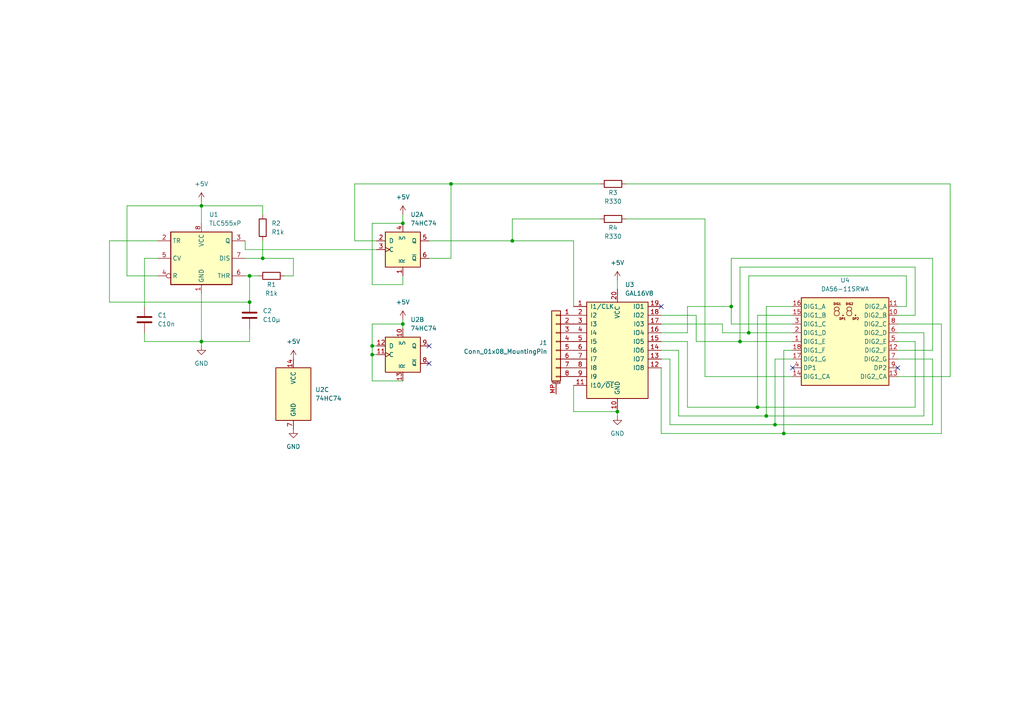
<source format=kicad_sch>
(kicad_sch (version 20230121) (generator eeschema)
  (paper "A4")
  (lib_symbols
    (symbol "74xx:74HC74" (pin_names (offset 1.016))
      (property "Reference" "U" (at -7.62 8.89 0))
      (property "Value" "74HC74" (at -7.62 -8.89 0))
      (symbol "74HC74_1_0"
        (pin input line (at 0 -7.62 90) (length 2.54) (name "~{R}") (number "1"))
        (pin input line (at -7.62 2.54 0) (length 2.54) (name "D") (number "2"))
        (pin input clock (at -7.62 0 0) (length 2.54) (name "C") (number "3"))
        (pin input line (at 0 7.62 270) (length 2.54) (name "~{S}") (number "4"))
        (pin output line (at 7.62 2.54 180) (length 2.54) (name "Q") (number "5"))
        (pin output line (at 7.62 -2.54 180) (length 2.54) (name "~{Q}") (number "6"))
      )
      (symbol "74HC74_1_1"
        (rectangle (start -5.08 5.08) (end 5.08 -5.08) (stroke (width 0.254)) (fill (type background)))
      )
      (symbol "74HC74_2_0"
        (pin input line (at 0 7.62 270) (length 2.54) (name "~{S}") (number "10"))
        (pin input clock (at -7.62 0 0) (length 2.54) (name "C") (number "11"))
        (pin input line (at -7.62 2.54 0) (length 2.54) (name "D") (number "12"))
        (pin input line (at 0 -7.62 90) (length 2.54) (name "~{R}") (number "13"))
        (pin output line (at 7.62 -2.54 180) (length 2.54) (name "~{Q}") (number "8"))
        (pin output line (at 7.62 2.54 180) (length 2.54) (name "Q") (number "9"))
      )
      (symbol "74HC74_2_1"
        (rectangle (start -5.08 5.08) (end 5.08 -5.08) (stroke (width 0.254)) (fill (type background)))
      )
      (symbol "74HC74_3_0"
        (pin power_in line (at 0 10.16 270) (length 2.54) (name "VCC") (number "14"))
        (pin power_in line (at 0 -10.16 90) (length 2.54) (name "GND") (number "7"))
      )
      (symbol "74HC74_3_1"
        (rectangle (start -5.08 7.62) (end 5.08 -7.62) (stroke (width 0.254)) (fill (type background)))
      )
    )
    (symbol "Connector_Generic_MountingPin:Conn_01x08_MountingPin" (pin_names (offset 1.016) hide)
      (property "Reference" "J" (at 0 10.16 0))
      (property "Value" "Conn_01x08_MountingPin" (at 1.27 -12.7 0))
      (symbol "Conn_01x08_MountingPin_1_1"
        (rectangle (start -1.27 -10.033) (end 0 -10.287) (stroke (width 0.1524)))
        (rectangle (start -1.27 -7.493) (end 0 -7.747) (stroke (width 0.1524)))
        (rectangle (start -1.27 -4.953) (end 0 -5.207) (stroke (width 0.1524)))
        (rectangle (start -1.27 -2.413) (end 0 -2.667) (stroke (width 0.1524)))
        (rectangle (start -1.27 0.127) (end 0 -0.127) (stroke (width 0.1524)))
        (rectangle (start -1.27 2.667) (end 0 2.413) (stroke (width 0.1524)))
        (rectangle (start -1.27 5.207) (end 0 4.953) (stroke (width 0.1524)))
        (rectangle (start -1.27 7.747) (end 0 7.493) (stroke (width 0.1524)))
        (rectangle (start -1.27 8.89) (end 1.27 -11.43) (stroke (width 0.254)) (fill (type background)))
        (polyline (pts (xy -1.016 -12.192) (xy 1.016 -12.192)) (stroke (width 0.1524)))
        (text "Mounting" (at 0 -11.811 0) (effects (font (size 0.381 0.381))))
        (pin passive line (at -5.08 7.62 0) (length 3.81) (name "Pin_1") (number "1"))
        (pin passive line (at -5.08 5.08 0) (length 3.81) (name "Pin_2") (number "2"))
        (pin passive line (at -5.08 2.54 0) (length 3.81) (name "Pin_3") (number "3"))
        (pin passive line (at -5.08 0 0) (length 3.81) (name "Pin_4") (number "4"))
        (pin passive line (at -5.08 -2.54 0) (length 3.81) (name "Pin_5") (number "5"))
        (pin passive line (at -5.08 -5.08 0) (length 3.81) (name "Pin_6") (number "6"))
        (pin passive line (at -5.08 -7.62 0) (length 3.81) (name "Pin_7") (number "7"))
        (pin passive line (at -5.08 -10.16 0) (length 3.81) (name "Pin_8") (number "8"))
        (pin passive line (at 0 -15.24 90) (length 3.048) (name "MountPin") (number "MP"))
      )
    )
    (symbol "Device:C" (pin_numbers hide) (pin_names (offset 0.254))
      (property "Reference" "C" (at 0.635 2.54 0))
      (property "Value" "C" (at 0.635 -2.54 0))
      (symbol "C_0_1"
        (polyline (pts (xy -2.032 -0.762) (xy 2.032 -0.762)) (stroke (width 0.508)))
        (polyline (pts (xy -2.032 0.762) (xy 2.032 0.762)) (stroke (width 0.508)))
      )
      (symbol "C_1_1"
        (pin passive line (at 0 3.81 270) (length 2.794) (name "~") (number "1"))
        (pin passive line (at 0 -3.81 90) (length 2.794) (name "~") (number "2"))
      )
    )
    (symbol "Device:R" (pin_numbers hide) (pin_names (offset 0))
      (property "Reference" "R" (at 2.032 0 90))
      (property "Value" "R" (at 0 0 90))
      (symbol "R_0_1"
        (rectangle (start -1.016 -2.54) (end 1.016 2.54) (stroke (width 0.254)))
      )
      (symbol "R_1_1"
        (pin passive line (at 0 3.81 270) (length 1.27) (name "~") (number "1"))
        (pin passive line (at 0 -3.81 90) (length 1.27) (name "~") (number "2"))
      )
    )
    (symbol "Display_Character:DA56-11SRWA"
      (property "Reference" "U" (at -11.43 13.97 0))
      (property "Value" "DA56-11SRWA" (at 12.7 13.97 0))
      (symbol "DA56-11SRWA_0_0"
        (text "8.8." (at 0 8.636 0) (effects (font (size 2.54 2.54))))
        (text "DIG1" (at -2.286 10.922 0) (effects (font (size 0.635 0.635))))
        (text "DIG2" (at 1.27 10.922 0) (effects (font (size 0.635 0.635))))
        (text "DP1" (at -0.762 6.604 0) (effects (font (size 0.635 0.635))))
        (text "DP2" (at 3.048 6.604 0) (effects (font (size 0.635 0.635))))
      )
      (symbol "DA56-11SRWA_0_1"
        (rectangle (start -12.7 12.7) (end 12.7 -12.7) (stroke (width 0.254)) (fill (type background)))
      )
      (symbol "DA56-11SRWA_1_1"
        (pin input line (at -15.24 0 0) (length 2.54) (name "DIG1_E") (number "1"))
        (pin input line (at 15.24 7.62 180) (length 2.54) (name "DIG2_B") (number "10"))
        (pin input line (at 15.24 10.16 180) (length 2.54) (name "DIG2_A") (number "11"))
        (pin input line (at 15.24 -2.54 180) (length 2.54) (name "DIG2_F") (number "12"))
        (pin input line (at 15.24 -10.16 180) (length 2.54) (name "DIG2_CA") (number "13"))
        (pin input line (at -15.24 -10.16 0) (length 2.54) (name "DIG1_CA") (number "14"))
        (pin input line (at -15.24 7.62 0) (length 2.54) (name "DIG1_B") (number "15"))
        (pin input line (at -15.24 10.16 0) (length 2.54) (name "DIG1_A") (number "16"))
        (pin input line (at -15.24 -5.08 0) (length 2.54) (name "DIG1_G") (number "17"))
        (pin input line (at -15.24 -2.54 0) (length 2.54) (name "DIG1_F") (number "18"))
        (pin input line (at -15.24 2.54 0) (length 2.54) (name "DIG1_D") (number "2"))
        (pin input line (at -15.24 5.08 0) (length 2.54) (name "DIG1_C") (number "3"))
        (pin input line (at -15.24 -7.62 0) (length 2.54) (name "DP1") (number "4"))
        (pin input line (at 15.24 0 180) (length 2.54) (name "DIG2_E") (number "5"))
        (pin input line (at 15.24 2.54 180) (length 2.54) (name "DIG2_D") (number "6"))
        (pin input line (at 15.24 -5.08 180) (length 2.54) (name "DIG2_G") (number "7"))
        (pin input line (at 15.24 5.08 180) (length 2.54) (name "DIG2_C") (number "8"))
        (pin input line (at 15.24 -7.62 180) (length 2.54) (name "DP2") (number "9"))
      )
    )
    (symbol "Logic_Programmable:GAL16V8" (pin_names (offset 1.016))
      (property "Reference" "U" (at -8.89 16.51 0))
      (property "Value" "GAL16V8" (at 1.27 16.51 0))
      (symbol "GAL16V8_0_0"
        (pin power_in line (at 0 -17.78 90) (length 3.81) (name "GND") (number "10"))
        (pin power_in line (at 0 17.78 270) (length 3.81) (name "VCC") (number "20"))
      )
      (symbol "GAL16V8_0_1"
        (rectangle (start -8.89 13.97) (end 8.89 -13.97) (stroke (width 0.254)) (fill (type background)))
      )
      (symbol "GAL16V8_1_1"
        (pin input line (at -12.7 12.7 0) (length 3.81) (name "I1/CLK") (number "1"))
        (pin input line (at -12.7 -10.16 0) (length 3.81) (name "I10/~{OE}") (number "11"))
        (pin tri_state line (at 12.7 -5.08 180) (length 3.81) (name "IO8") (number "12"))
        (pin tri_state line (at 12.7 -2.54 180) (length 3.81) (name "IO7") (number "13"))
        (pin tri_state line (at 12.7 0 180) (length 3.81) (name "IO6") (number "14"))
        (pin tri_state line (at 12.7 2.54 180) (length 3.81) (name "IO5") (number "15"))
        (pin tri_state line (at 12.7 5.08 180) (length 3.81) (name "IO4") (number "16"))
        (pin tri_state line (at 12.7 7.62 180) (length 3.81) (name "I03") (number "17"))
        (pin tri_state line (at 12.7 10.16 180) (length 3.81) (name "IO2") (number "18"))
        (pin tri_state line (at 12.7 12.7 180) (length 3.81) (name "IO1") (number "19"))
        (pin input line (at -12.7 10.16 0) (length 3.81) (name "I2") (number "2"))
        (pin input line (at -12.7 7.62 0) (length 3.81) (name "I3") (number "3"))
        (pin input line (at -12.7 5.08 0) (length 3.81) (name "I4") (number "4"))
        (pin input line (at -12.7 2.54 0) (length 3.81) (name "I5") (number "5"))
        (pin input line (at -12.7 0 0) (length 3.81) (name "I6") (number "6"))
        (pin input line (at -12.7 -2.54 0) (length 3.81) (name "I7") (number "7"))
        (pin input line (at -12.7 -5.08 0) (length 3.81) (name "I8") (number "8"))
        (pin input line (at -12.7 -7.62 0) (length 3.81) (name "I9") (number "9"))
      )
    )
    (symbol "Timer:TLC555xP"
      (property "Reference" "U" (at -10.16 8.89 0))
      (property "Value" "TLC555xP" (at 2.54 8.89 0))
      (symbol "TLC555xP_0_0"
        (pin power_in line (at 0 -10.16 90) (length 2.54) (name "GND") (number "1"))
        (pin power_in line (at 0 10.16 270) (length 2.54) (name "VCC") (number "8"))
      )
      (symbol "TLC555xP_0_1"
        (rectangle (start -8.89 -7.62) (end 8.89 7.62) (stroke (width 0.254)) (fill (type background)))
        (rectangle (start -8.89 -7.62) (end 8.89 7.62) (stroke (width 0.254)) (fill (type background)))
      )
      (symbol "TLC555xP_1_1"
        (pin input line (at -12.7 5.08 0) (length 3.81) (name "TR") (number "2"))
        (pin output line (at 12.7 5.08 180) (length 3.81) (name "Q") (number "3"))
        (pin input inverted (at -12.7 -5.08 0) (length 3.81) (name "R") (number "4"))
        (pin input line (at -12.7 0 0) (length 3.81) (name "CV") (number "5"))
        (pin input line (at 12.7 -5.08 180) (length 3.81) (name "THR") (number "6"))
        (pin input line (at 12.7 0 180) (length 3.81) (name "DIS") (number "7"))
      )
    )
    (symbol "power:+5V" (power) (pin_names (offset 0))
      (property "Value" "+5V" (at 0 3.556 0))
      (symbol "+5V_0_1"
        (polyline (pts (xy -0.762 1.27) (xy 0 2.54)))
        (polyline (pts (xy 0 0) (xy 0 2.54)))
        (polyline (pts (xy 0 2.54) (xy 0.762 1.27)))
      )
      (symbol "+5V_1_1"
        (pin power_in line (at 0 0 90) (length 0) hide (name "+5V") (number "1"))
      )
    )
    (symbol "power:GND" (power) (pin_names (offset 0))
      (property "Value" "GND" (at 0 -3.81 0))
      (symbol "GND_0_1"
        (polyline (pts (xy 0 0) (xy 0 -1.27) (xy 1.27 -1.27) (xy 0 -2.54) (xy -1.27 -1.27) (xy 0 -1.27)))
      )
      (symbol "GND_1_1"
        (pin power_in line (at 0 0 270) (length 0) hide (name "GND") (number "1"))
      )
    )
  )
  (junction (at 130.81 53.34))
  (junction (at 58.42 59.69))
  (junction (at 179.07 119.38))
  (junction (at 217.17 96.52))
  (junction (at 212.09 88.9))
  (junction (at 224.79 123.19))
  (junction (at 107.95 100.33))
  (junction (at 148.59 69.85))
  (junction (at 214.63 99.06))
  (junction (at 72.39 80.01))
  (junction (at 72.39 87.63))
  (junction (at 107.95 102.87))
  (junction (at 227.33 125.73))
  (junction (at 116.84 64.77))
  (junction (at 58.42 99.06))
  (junction (at 222.25 120.65))
  (junction (at 76.2 74.93))
  (junction (at 219.71 118.11))
  (junction (at 116.84 93.98))
  (no_connect (at 124.46 100.33))
  (no_connect (at 260.35 106.68))
  (no_connect (at 229.87 106.68))
  (no_connect (at 124.46 105.41))
  (no_connect (at 191.77 88.9))
  (wire (pts (xy 260.35 96.52) (xy 267.97 96.52)))
  (wire (pts (xy 191.77 91.44) (xy 201.93 91.44)))
  (wire (pts (xy 229.87 101.6) (xy 227.33 101.6)))
  (wire (pts (xy 229.87 109.22) (xy 204.47 109.22)))
  (wire (pts (xy 262.89 80.01) (xy 217.17 80.01)))
  (wire (pts (xy 85.09 80.01) (xy 82.55 80.01)))
  (wire (pts (xy 45.72 80.01) (xy 36.83 80.01)))
  (wire (pts (xy 130.81 53.34) (xy 102.87 53.34)))
  (wire (pts (xy 219.71 118.11) (xy 265.43 118.11)))
  (wire (pts (xy 148.59 69.85) (xy 166.37 69.85)))
  (wire (pts (xy 260.35 91.44) (xy 265.43 91.44)))
  (wire (pts (xy 72.39 99.06) (xy 58.42 99.06)))
  (wire (pts (xy 212.09 74.93) (xy 212.09 88.9)))
  (wire (pts (xy 217.17 96.52) (xy 229.87 96.52)))
  (wire (pts (xy 107.95 102.87) (xy 107.95 110.49)))
  (wire (pts (xy 124.46 69.85) (xy 148.59 69.85)))
  (wire (pts (xy 222.25 120.65) (xy 267.97 120.65)))
  (wire (pts (xy 260.35 88.9) (xy 262.89 88.9)))
  (wire (pts (xy 76.2 74.93) (xy 85.09 74.93)))
  (wire (pts (xy 31.75 69.85) (xy 31.75 87.63)))
  (wire (pts (xy 265.43 91.44) (xy 265.43 77.47)))
  (wire (pts (xy 212.09 93.98) (xy 229.87 93.98)))
  (wire (pts (xy 204.47 63.5) (xy 181.61 63.5)))
  (wire (pts (xy 214.63 77.47) (xy 214.63 99.06)))
  (wire (pts (xy 275.59 53.34) (xy 275.59 109.22)))
  (wire (pts (xy 116.84 110.49) (xy 107.95 110.49)))
  (wire (pts (xy 116.84 92.71) (xy 116.84 93.98)))
  (wire (pts (xy 212.09 88.9) (xy 212.09 93.98)))
  (wire (pts (xy 219.71 91.44) (xy 219.71 118.11)))
  (wire (pts (xy 166.37 69.85) (xy 166.37 88.9)))
  (wire (pts (xy 116.84 80.01) (xy 116.84 82.55)))
  (wire (pts (xy 199.39 118.11) (xy 219.71 118.11)))
  (wire (pts (xy 58.42 59.69) (xy 58.42 64.77)))
  (wire (pts (xy 71.12 72.39) (xy 109.22 72.39)))
  (wire (pts (xy 31.75 87.63) (xy 72.39 87.63)))
  (wire (pts (xy 199.39 99.06) (xy 199.39 118.11)))
  (wire (pts (xy 262.89 88.9) (xy 262.89 80.01)))
  (wire (pts (xy 102.87 69.85) (xy 109.22 69.85)))
  (wire (pts (xy 194.31 104.14) (xy 194.31 123.19)))
  (wire (pts (xy 201.93 99.06) (xy 214.63 99.06)))
  (wire (pts (xy 222.25 88.9) (xy 222.25 120.65)))
  (wire (pts (xy 191.77 99.06) (xy 199.39 99.06)))
  (wire (pts (xy 76.2 74.93) (xy 71.12 74.93)))
  (wire (pts (xy 41.91 74.93) (xy 45.72 74.93)))
  (wire (pts (xy 148.59 69.85) (xy 148.59 63.5)))
  (wire (pts (xy 229.87 88.9) (xy 222.25 88.9)))
  (wire (pts (xy 275.59 109.22) (xy 260.35 109.22)))
  (wire (pts (xy 58.42 85.09) (xy 58.42 99.06)))
  (wire (pts (xy 107.95 64.77) (xy 116.84 64.77)))
  (wire (pts (xy 191.77 125.73) (xy 227.33 125.73)))
  (wire (pts (xy 41.91 74.93) (xy 41.91 88.9)))
  (wire (pts (xy 130.81 74.93) (xy 130.81 53.34)))
  (wire (pts (xy 31.75 69.85) (xy 45.72 69.85)))
  (wire (pts (xy 214.63 99.06) (xy 229.87 99.06)))
  (wire (pts (xy 179.07 81.28) (xy 179.07 83.82)))
  (wire (pts (xy 199.39 88.9) (xy 212.09 88.9)))
  (wire (pts (xy 72.39 80.01) (xy 71.12 80.01)))
  (wire (pts (xy 130.81 53.34) (xy 173.99 53.34)))
  (wire (pts (xy 107.95 82.55) (xy 107.95 64.77)))
  (wire (pts (xy 85.09 80.01) (xy 85.09 74.93)))
  (wire (pts (xy 41.91 96.52) (xy 41.91 99.06)))
  (wire (pts (xy 36.83 59.69) (xy 58.42 59.69)))
  (wire (pts (xy 71.12 69.85) (xy 71.12 72.39)))
  (wire (pts (xy 166.37 111.76) (xy 166.37 119.38)))
  (wire (pts (xy 227.33 101.6) (xy 227.33 125.73)))
  (wire (pts (xy 107.95 100.33) (xy 107.95 102.87)))
  (wire (pts (xy 116.84 62.23) (xy 116.84 64.77)))
  (wire (pts (xy 260.35 93.98) (xy 273.05 93.98)))
  (wire (pts (xy 191.77 93.98) (xy 209.55 93.98)))
  (wire (pts (xy 194.31 123.19) (xy 224.79 123.19)))
  (wire (pts (xy 191.77 106.68) (xy 191.77 125.73)))
  (wire (pts (xy 217.17 80.01) (xy 217.17 96.52)))
  (wire (pts (xy 224.79 123.19) (xy 270.51 123.19)))
  (wire (pts (xy 209.55 96.52) (xy 217.17 96.52)))
  (wire (pts (xy 191.77 96.52) (xy 199.39 96.52)))
  (wire (pts (xy 227.33 125.73) (xy 273.05 125.73)))
  (wire (pts (xy 201.93 91.44) (xy 201.93 99.06)))
  (wire (pts (xy 260.35 101.6) (xy 270.51 101.6)))
  (wire (pts (xy 72.39 95.25) (xy 72.39 99.06)))
  (wire (pts (xy 191.77 101.6) (xy 196.85 101.6)))
  (wire (pts (xy 76.2 62.23) (xy 76.2 59.69)))
  (wire (pts (xy 265.43 118.11) (xy 265.43 99.06)))
  (wire (pts (xy 72.39 80.01) (xy 72.39 87.63)))
  (wire (pts (xy 179.07 120.65) (xy 179.07 119.38)))
  (wire (pts (xy 273.05 125.73) (xy 273.05 93.98)))
  (wire (pts (xy 58.42 100.33) (xy 58.42 99.06)))
  (wire (pts (xy 265.43 77.47) (xy 214.63 77.47)))
  (wire (pts (xy 107.95 93.98) (xy 116.84 93.98)))
  (wire (pts (xy 107.95 102.87) (xy 109.22 102.87)))
  (wire (pts (xy 102.87 53.34) (xy 102.87 69.85)))
  (wire (pts (xy 199.39 96.52) (xy 199.39 88.9)))
  (wire (pts (xy 229.87 91.44) (xy 219.71 91.44)))
  (wire (pts (xy 116.84 82.55) (xy 107.95 82.55)))
  (wire (pts (xy 58.42 58.42) (xy 58.42 59.69)))
  (wire (pts (xy 76.2 69.85) (xy 76.2 74.93)))
  (wire (pts (xy 124.46 74.93) (xy 130.81 74.93)))
  (wire (pts (xy 76.2 59.69) (xy 58.42 59.69)))
  (wire (pts (xy 270.51 74.93) (xy 212.09 74.93)))
  (wire (pts (xy 36.83 80.01) (xy 36.83 59.69)))
  (wire (pts (xy 260.35 99.06) (xy 265.43 99.06)))
  (wire (pts (xy 204.47 109.22) (xy 204.47 63.5)))
  (wire (pts (xy 181.61 53.34) (xy 275.59 53.34)))
  (wire (pts (xy 267.97 96.52) (xy 267.97 120.65)))
  (wire (pts (xy 209.55 93.98) (xy 209.55 96.52)))
  (wire (pts (xy 41.91 99.06) (xy 58.42 99.06)))
  (wire (pts (xy 270.51 123.19) (xy 270.51 104.14)))
  (wire (pts (xy 270.51 104.14) (xy 260.35 104.14)))
  (wire (pts (xy 191.77 104.14) (xy 194.31 104.14)))
  (wire (pts (xy 107.95 100.33) (xy 109.22 100.33)))
  (wire (pts (xy 229.87 104.14) (xy 224.79 104.14)))
  (wire (pts (xy 74.93 80.01) (xy 72.39 80.01)))
  (wire (pts (xy 196.85 101.6) (xy 196.85 120.65)))
  (wire (pts (xy 107.95 100.33) (xy 107.95 93.98)))
  (wire (pts (xy 270.51 101.6) (xy 270.51 74.93)))
  (wire (pts (xy 116.84 93.98) (xy 116.84 95.25)))
  (wire (pts (xy 148.59 63.5) (xy 173.99 63.5)))
  (wire (pts (xy 196.85 120.65) (xy 222.25 120.65)))
  (wire (pts (xy 224.79 104.14) (xy 224.79 123.19)))
  (wire (pts (xy 166.37 119.38) (xy 179.07 119.38)))
  (symbol (lib_id "power:+5V") (at 58.42 58.42 0) (unit 1)
    (property "Reference" "#PWR02" (effects hide))
    (property "Value" "+5V" (at 58.42 53.34 0))
  )
  (symbol (lib_id "74xx:74HC74") (at 116.84 102.87 0) (unit 2)
    (property "Reference" "U2" (at 119.0341 92.71 0) (effects (justify left)))
    (property "Value" "74HC74" (at 119.0341 95.25 0) (effects (justify left)))
    (property "Datasheet" "74xx/74hc_hct74.pdf" (effects hide))
  )
  (symbol (lib_id "Device:R") (at 177.8 53.34 90) (unit 1)
    (property "Reference" "R3" (at 177.8 55.88 90))
    (property "Value" "R330" (at 177.8 58.42 90))
  )
  (symbol (lib_id "Device:R") (at 78.74 80.01 90) (unit 1)
    (property "Reference" "R1" (at 78.74 82.55 90))
    (property "Value" "R1k" (at 78.74 85.09 90))
  )
  (symbol (lib_id "power:GND") (at 85.09 124.46 0) (unit 1)
    (property "Reference" "#PWR06" (effects hide))
    (property "Value" "GND" (at 85.09 129.54 0))
  )
  (symbol (lib_id "Device:R") (at 76.2 66.04 0) (unit 1)
    (property "Reference" "R2" (at 78.74 64.77 0) (effects (justify left)))
    (property "Value" "R1k" (at 78.74 67.31 0) (effects (justify left)))
  )
  (symbol (lib_id "Display_Character:DA56-11SRWA") (at 245.11 99.06 0) (unit 1)
    (property "Reference" "U4" (at 245.11 81.28 0))
    (property "Value" "DA56-11SRWA" (at 245.11 83.82 0))
    (property "Footprint" "Display_7Segment:DA56-11SURKWA" (effects hide))
    (property "Datasheet" "http://www.kingbrightusa.com/images/catalog/SPEC/DA56-11SRWA.pdf" (effects hide))
  )
  (symbol (lib_id "Device:C") (at 41.91 92.71 0) (unit 1)
    (property "Reference" "C1" (at 45.72 91.44 0) (effects (justify left)))
    (property "Value" "C10n" (at 45.72 93.98 0) (effects (justify left)))
  )
  (symbol (lib_id "power:GND") (at 179.07 120.65 0) (unit 1)
    (property "Reference" "#PWR07" (effects hide))
    (property "Value" "GND" (at 179.07 125.73 0))
  )
  (symbol (lib_id "Connector_Generic_MountingPin:Conn_01x08_MountingPin") (at 161.29 99.06 0) (mirror y) (unit 1)
    (property "Reference" "J1" (at 158.75 99.4156 0) (effects (justify left)))
    (property "Value" "Conn_01x08_MountingPin" (at 158.75 101.9556 0) (effects (justify left)))
  )
  (symbol (lib_id "power:+5V") (at 116.84 92.71 0) (unit 1)
    (property "Reference" "#PWR04" (effects hide))
    (property "Value" "+5V" (at 116.84 87.63 0))
  )
  (symbol (lib_id "Logic_Programmable:GAL16V8") (at 179.07 101.6 0) (unit 1)
    (property "Reference" "U3" (at 181.2641 82.55 0) (effects (justify left)))
    (property "Value" "GAL16V8" (at 181.2641 85.09 0) (effects (justify left)))
  )
  (symbol (lib_id "power:+5V") (at 116.84 62.23 0) (unit 1)
    (property "Reference" "#PWR03" (effects hide))
    (property "Value" "+5V" (at 116.84 57.15 0))
  )
  (symbol (lib_id "74xx:74HC74") (at 85.09 114.3 0) (unit 3)
    (property "Reference" "U2" (at 91.44 113.03 0) (effects (justify left)))
    (property "Value" "74HC74" (at 91.44 115.57 0) (effects (justify left)))
    (property "Datasheet" "74xx/74hc_hct74.pdf" (effects hide))
  )
  (symbol (lib_id "power:GND") (at 58.42 100.33 0) (unit 1)
    (property "Reference" "#PWR01" (effects hide))
    (property "Value" "GND" (at 58.42 105.41 0))
  )
  (symbol (lib_id "74xx:74HC74") (at 116.84 72.39 0) (unit 1)
    (property "Reference" "U2" (at 119.0341 62.23 0) (effects (justify left)))
    (property "Value" "74HC74" (at 119.0341 64.77 0) (effects (justify left)))
    (property "Datasheet" "74xx/74hc_hct74.pdf" (effects hide))
  )
  (symbol (lib_id "power:+5V") (at 85.09 104.14 0) (unit 1)
    (property "Reference" "#PWR05" (effects hide))
    (property "Value" "+5V" (at 85.09 99.06 0))
  )
  (symbol (lib_id "power:+5V") (at 179.07 81.28 0) (unit 1)
    (property "Reference" "#PWR08" (effects hide))
    (property "Value" "+5V" (at 179.07 76.2 0))
  )
  (symbol (lib_id "Device:R") (at 177.8 63.5 90) (unit 1)
    (property "Reference" "R4" (at 177.8 66.04 90))
    (property "Value" "R330" (at 177.8 68.58 90))
  )
  (symbol (lib_id "Device:C") (at 72.39 91.44 0) (unit 1)
    (property "Reference" "C2" (at 76.2 90.17 0) (effects (justify left)))
    (property "Value" "C10µ" (at 76.2 92.71 0) (effects (justify left)))
  )
  (symbol (lib_id "Timer:TLC555xP") (at 58.42 74.93 0) (unit 1)
    (property "Reference" "U1" (at 60.6141 62.23 0) (effects (justify left)))
    (property "Value" "TLC555xP" (at 60.6141 64.77 0) (effects (justify left)))
    (property "Footprint" "Package_DIP:DIP-8_W7.62mm" (effects hide))
    (property "Datasheet" "http://www.ti.com/lit/ds/symlink/tlc555.pdf" (effects hide))
  )
)
</source>
